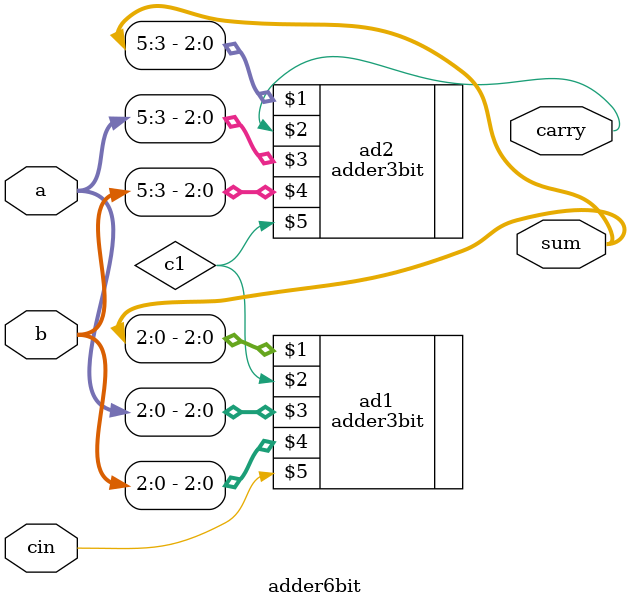
<source format=v>
`timescale 1ns / 1ps


module adder6bit(sum,carry,a,b,cin);
input [5:0] a,b;
input cin;
output [5:0] sum;
output carry;

wire c1;
adder3bit ad1(sum[2:0],c1,a[2:0],b[2:0],cin);
adder3bit ad2(sum[5:3],carry,a[5:3],b[5:3],c1);

endmodule

</source>
